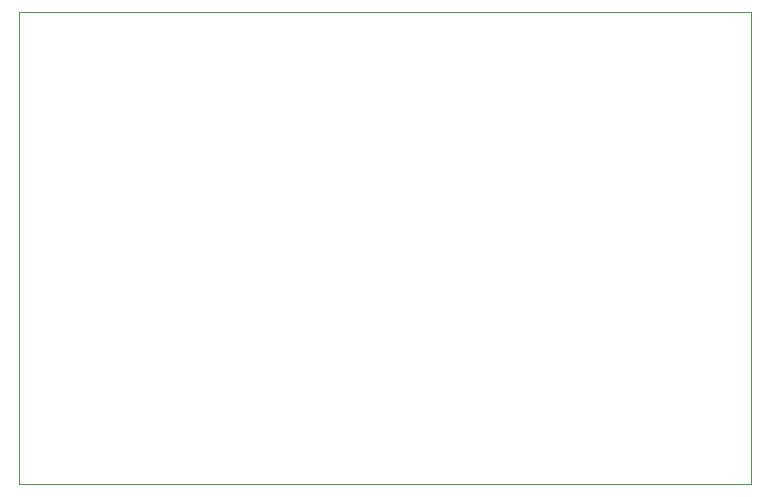
<source format=gbr>
%TF.GenerationSoftware,KiCad,Pcbnew,7.0.2*%
%TF.CreationDate,2023-05-22T10:30:23+03:00*%
%TF.ProjectId,MCU_V1,4d43555f-5631-42e6-9b69-6361645f7063,rev?*%
%TF.SameCoordinates,Original*%
%TF.FileFunction,Profile,NP*%
%FSLAX46Y46*%
G04 Gerber Fmt 4.6, Leading zero omitted, Abs format (unit mm)*
G04 Created by KiCad (PCBNEW 7.0.2) date 2023-05-22 10:30:23*
%MOMM*%
%LPD*%
G01*
G04 APERTURE LIST*
%TA.AperFunction,Profile*%
%ADD10C,0.120000*%
%TD*%
G04 APERTURE END LIST*
D10*
%TO.C,H1*%
X168480000Y-63440000D02*
X106480000Y-63440000D01*
X106480000Y-63440000D02*
X106480000Y-103440000D01*
X106480000Y-103440000D02*
X168480000Y-103440000D01*
X168480000Y-103440000D02*
X168480000Y-63440000D01*
%TD*%
M02*

</source>
